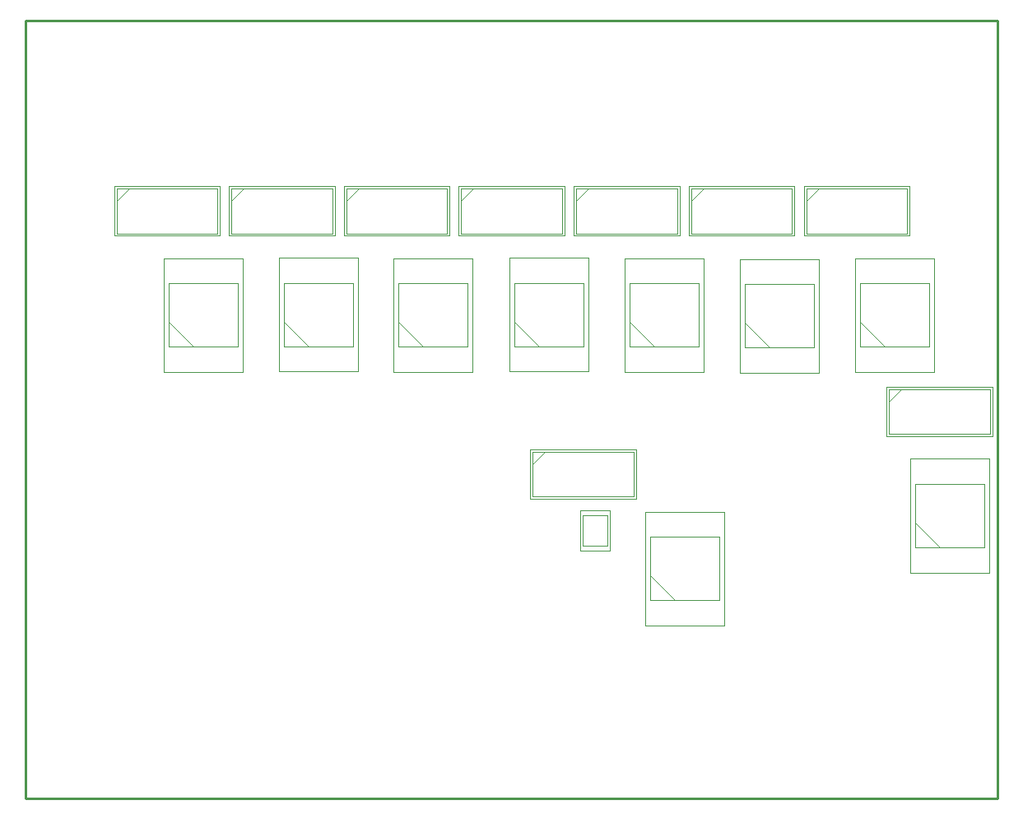
<source format=gm1>
G04*
G04 #@! TF.GenerationSoftware,Altium Limited,Altium Designer,20.0.13 (296)*
G04*
G04 Layer_Color=16711935*
%FSLAX44Y44*%
%MOMM*%
G71*
G01*
G75*
%ADD10C,0.2540*%
%ADD14C,0.1000*%
%ADD15C,0.0500*%
D10*
X-39880Y760730D02*
X960120D01*
Y560730D02*
Y760730D01*
Y160730D02*
Y560730D01*
Y-39270D02*
Y160730D01*
X-39880Y360730D02*
Y760730D01*
Y-39270D02*
Y360730D01*
X710120Y-39270D02*
X960120D01*
X210120D02*
X710120D01*
X-39880D02*
X210120D01*
X-39880Y760730D02*
X960120D01*
Y560730D02*
Y760730D01*
Y160730D02*
Y560730D01*
Y-39270D02*
Y160730D01*
X-39880Y360730D02*
Y760730D01*
Y-39270D02*
Y360730D01*
X710120Y-39270D02*
X960120D01*
X210120D02*
X710120D01*
X-39880D02*
X210120D01*
D14*
X558600Y220220D02*
Y252220D01*
X533600Y220220D02*
X558600D01*
X533600D02*
Y252220D01*
X558600D01*
X602787Y164570D02*
Y229570D01*
X673988D01*
Y164570D02*
Y229570D01*
X602787Y164570D02*
X673988D01*
X602787Y189970D02*
X628187Y164570D01*
X481400Y316952D02*
X585400D01*
Y270952D02*
Y316952D01*
X481400Y270952D02*
X585400D01*
X481400D02*
Y316952D01*
Y304202D02*
X494150Y316952D01*
X848430Y381290D02*
X952430D01*
Y335290D02*
Y381290D01*
X848430Y335290D02*
X952430D01*
X848430D02*
Y381290D01*
Y368540D02*
X861180Y381290D01*
X818688Y425215D02*
Y490215D01*
X889887D01*
Y425215D02*
Y490215D01*
X818688Y425215D02*
X889887D01*
X818688Y450615D02*
X844088Y425215D01*
X699830Y424385D02*
Y489385D01*
X771030D01*
Y424385D02*
Y489385D01*
X699830Y424385D02*
X771030D01*
X699830Y449785D02*
X725230Y424385D01*
X581323Y425215D02*
Y490215D01*
X652523D01*
Y425215D02*
Y490215D01*
X581323Y425215D02*
X652523D01*
X581323Y450615D02*
X606723Y425215D01*
X463213Y425655D02*
Y490655D01*
X534412D01*
Y425655D02*
Y490655D01*
X463213Y425655D02*
X534412D01*
X463213Y451055D02*
X488613Y425655D01*
X343833Y425215D02*
Y490215D01*
X415033D01*
Y425215D02*
Y490215D01*
X343833Y425215D02*
X415033D01*
X343833Y450615D02*
X369233Y425215D01*
X226145Y425655D02*
Y490655D01*
X297345D01*
Y425655D02*
Y490655D01*
X226145Y425655D02*
X297345D01*
X226145Y451055D02*
X251545Y425655D01*
X107613Y425215D02*
Y490215D01*
X178813D01*
Y425215D02*
Y490215D01*
X107613Y425215D02*
X178813D01*
X107613Y450615D02*
X133013Y425215D01*
X874990Y218960D02*
Y283960D01*
X946190D01*
Y218960D02*
Y283960D01*
X874990Y218960D02*
X946190D01*
X874990Y244360D02*
X900390Y218960D01*
X53635Y587765D02*
X157635D01*
Y541765D02*
Y587765D01*
X53635Y541765D02*
X157635D01*
X53635D02*
Y587765D01*
Y575015D02*
X66385Y587765D01*
X289855D02*
X393855D01*
Y541765D02*
Y587765D01*
X289855Y541765D02*
X393855D01*
X289855D02*
Y587765D01*
Y575015D02*
X302605Y587765D01*
X171745D02*
X275745D01*
Y541765D02*
Y587765D01*
X171745Y541765D02*
X275745D01*
X171745D02*
Y587765D01*
Y575015D02*
X184495Y587765D01*
X407765D02*
X511765D01*
Y541765D02*
Y587765D01*
X407765Y541765D02*
X511765D01*
X407765D02*
Y587765D01*
Y575015D02*
X420515Y587765D01*
X526500D02*
X630500D01*
Y541765D02*
Y587765D01*
X526500Y541765D02*
X630500D01*
X526500D02*
Y587765D01*
Y575015D02*
X539250Y587765D01*
X644610D02*
X748610D01*
Y541765D02*
Y587765D01*
X644610Y541765D02*
X748610D01*
X644610D02*
Y587765D01*
Y575015D02*
X657360Y587765D01*
X763118D02*
X867117D01*
Y541765D02*
Y587765D01*
X763118Y541765D02*
X867117D01*
X763118D02*
Y587765D01*
Y575015D02*
X775867Y587765D01*
D15*
X561200Y215620D02*
Y256820D01*
X531000Y215620D02*
X561200D01*
X531000D02*
Y256820D01*
X561200D01*
X597788Y138570D02*
Y255570D01*
X678987D01*
Y138570D02*
Y255570D01*
X597788Y138570D02*
X678987D01*
X478900Y319453D02*
X587900D01*
Y268452D02*
Y319453D01*
X478900Y268452D02*
X587900D01*
X478900D02*
Y319453D01*
X845930Y383790D02*
X954930D01*
Y332790D02*
Y383790D01*
X845930Y332790D02*
X954930D01*
X845930D02*
Y383790D01*
X813688Y399215D02*
Y516215D01*
X894888D01*
Y399215D02*
Y516215D01*
X813688Y399215D02*
X894888D01*
X694830Y398385D02*
Y515385D01*
X776030D01*
Y398385D02*
Y515385D01*
X694830Y398385D02*
X776030D01*
X576323Y399215D02*
Y516215D01*
X657523D01*
Y399215D02*
Y516215D01*
X576323Y399215D02*
X657523D01*
X458213Y399655D02*
Y516655D01*
X539413D01*
Y399655D02*
Y516655D01*
X458213Y399655D02*
X539413D01*
X338833Y399215D02*
Y516215D01*
X420033D01*
Y399215D02*
Y516215D01*
X338833Y399215D02*
X420033D01*
X221145Y399655D02*
Y516655D01*
X302345D01*
Y399655D02*
Y516655D01*
X221145Y399655D02*
X302345D01*
X102612Y399215D02*
Y516215D01*
X183813D01*
Y399215D02*
Y516215D01*
X102612Y399215D02*
X183813D01*
X869990Y192960D02*
Y309960D01*
X951190D01*
Y192960D02*
Y309960D01*
X869990Y192960D02*
X951190D01*
X51135Y590265D02*
X160135D01*
Y539265D02*
Y590265D01*
X51135Y539265D02*
X160135D01*
X51135D02*
Y590265D01*
X287355D02*
X396355D01*
Y539265D02*
Y590265D01*
X287355Y539265D02*
X396355D01*
X287355D02*
Y590265D01*
X169245D02*
X278245D01*
Y539265D02*
Y590265D01*
X169245Y539265D02*
X278245D01*
X169245D02*
Y590265D01*
X405265D02*
X514265D01*
Y539265D02*
Y590265D01*
X405265Y539265D02*
X514265D01*
X405265D02*
Y590265D01*
X524000D02*
X633000D01*
Y539265D02*
Y590265D01*
X524000Y539265D02*
X633000D01*
X524000D02*
Y590265D01*
X642110D02*
X751110D01*
Y539265D02*
Y590265D01*
X642110Y539265D02*
X751110D01*
X642110D02*
Y590265D01*
X760618D02*
X869617D01*
Y539265D02*
Y590265D01*
X760618Y539265D02*
X869617D01*
X760618D02*
Y590265D01*
M02*

</source>
